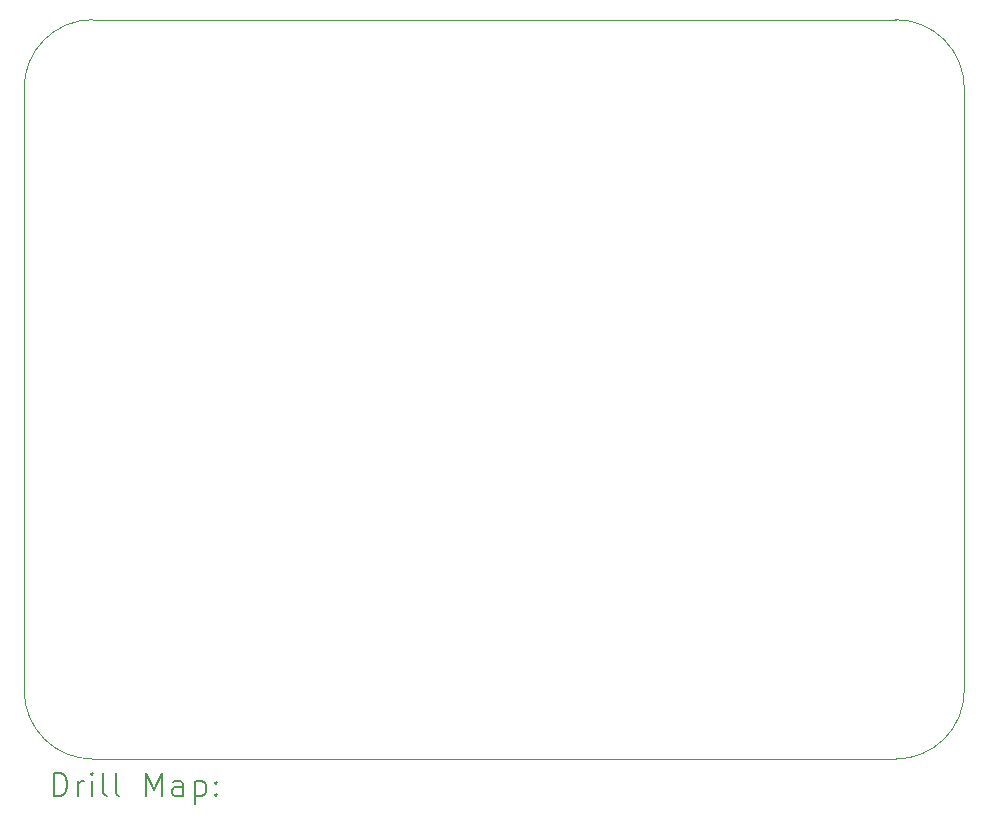
<source format=gbr>
%TF.GenerationSoftware,KiCad,Pcbnew,(6.0.10)*%
%TF.CreationDate,2023-05-03T21:15:55-04:00*%
%TF.ProjectId,MiniCopterSchematic,4d696e69-436f-4707-9465-72536368656d,v01*%
%TF.SameCoordinates,Original*%
%TF.FileFunction,Drillmap*%
%TF.FilePolarity,Positive*%
%FSLAX45Y45*%
G04 Gerber Fmt 4.5, Leading zero omitted, Abs format (unit mm)*
G04 Created by KiCad (PCBNEW (6.0.10)) date 2023-05-03 21:15:55*
%MOMM*%
%LPD*%
G01*
G04 APERTURE LIST*
%ADD10C,0.100000*%
%ADD11C,0.200000*%
G04 APERTURE END LIST*
D10*
X7780000Y-13430000D02*
X14580000Y-13430000D01*
X15160000Y-7750000D02*
G75*
G03*
X14580000Y-7170000I-580000J0D01*
G01*
X15160000Y-12850000D02*
X15160000Y-7750000D01*
X7780000Y-7170000D02*
G75*
G03*
X7200000Y-7750000I0J-580000D01*
G01*
X7200000Y-12850000D02*
G75*
G03*
X7780000Y-13430000I580000J0D01*
G01*
X7200000Y-7750000D02*
X7200000Y-12850000D01*
X14580000Y-7170000D02*
X7780000Y-7170000D01*
X14580000Y-13430000D02*
G75*
G03*
X15160000Y-12850000I0J580000D01*
G01*
D11*
X7452619Y-13745476D02*
X7452619Y-13545476D01*
X7500238Y-13545476D01*
X7528809Y-13555000D01*
X7547857Y-13574048D01*
X7557381Y-13593095D01*
X7566905Y-13631190D01*
X7566905Y-13659762D01*
X7557381Y-13697857D01*
X7547857Y-13716905D01*
X7528809Y-13735952D01*
X7500238Y-13745476D01*
X7452619Y-13745476D01*
X7652619Y-13745476D02*
X7652619Y-13612143D01*
X7652619Y-13650238D02*
X7662143Y-13631190D01*
X7671667Y-13621667D01*
X7690714Y-13612143D01*
X7709762Y-13612143D01*
X7776428Y-13745476D02*
X7776428Y-13612143D01*
X7776428Y-13545476D02*
X7766905Y-13555000D01*
X7776428Y-13564524D01*
X7785952Y-13555000D01*
X7776428Y-13545476D01*
X7776428Y-13564524D01*
X7900238Y-13745476D02*
X7881190Y-13735952D01*
X7871667Y-13716905D01*
X7871667Y-13545476D01*
X8005000Y-13745476D02*
X7985952Y-13735952D01*
X7976428Y-13716905D01*
X7976428Y-13545476D01*
X8233571Y-13745476D02*
X8233571Y-13545476D01*
X8300238Y-13688333D01*
X8366905Y-13545476D01*
X8366905Y-13745476D01*
X8547857Y-13745476D02*
X8547857Y-13640714D01*
X8538333Y-13621667D01*
X8519286Y-13612143D01*
X8481190Y-13612143D01*
X8462143Y-13621667D01*
X8547857Y-13735952D02*
X8528810Y-13745476D01*
X8481190Y-13745476D01*
X8462143Y-13735952D01*
X8452619Y-13716905D01*
X8452619Y-13697857D01*
X8462143Y-13678809D01*
X8481190Y-13669286D01*
X8528810Y-13669286D01*
X8547857Y-13659762D01*
X8643095Y-13612143D02*
X8643095Y-13812143D01*
X8643095Y-13621667D02*
X8662143Y-13612143D01*
X8700238Y-13612143D01*
X8719286Y-13621667D01*
X8728810Y-13631190D01*
X8738333Y-13650238D01*
X8738333Y-13707381D01*
X8728810Y-13726428D01*
X8719286Y-13735952D01*
X8700238Y-13745476D01*
X8662143Y-13745476D01*
X8643095Y-13735952D01*
X8824048Y-13726428D02*
X8833571Y-13735952D01*
X8824048Y-13745476D01*
X8814524Y-13735952D01*
X8824048Y-13726428D01*
X8824048Y-13745476D01*
X8824048Y-13621667D02*
X8833571Y-13631190D01*
X8824048Y-13640714D01*
X8814524Y-13631190D01*
X8824048Y-13621667D01*
X8824048Y-13640714D01*
M02*

</source>
